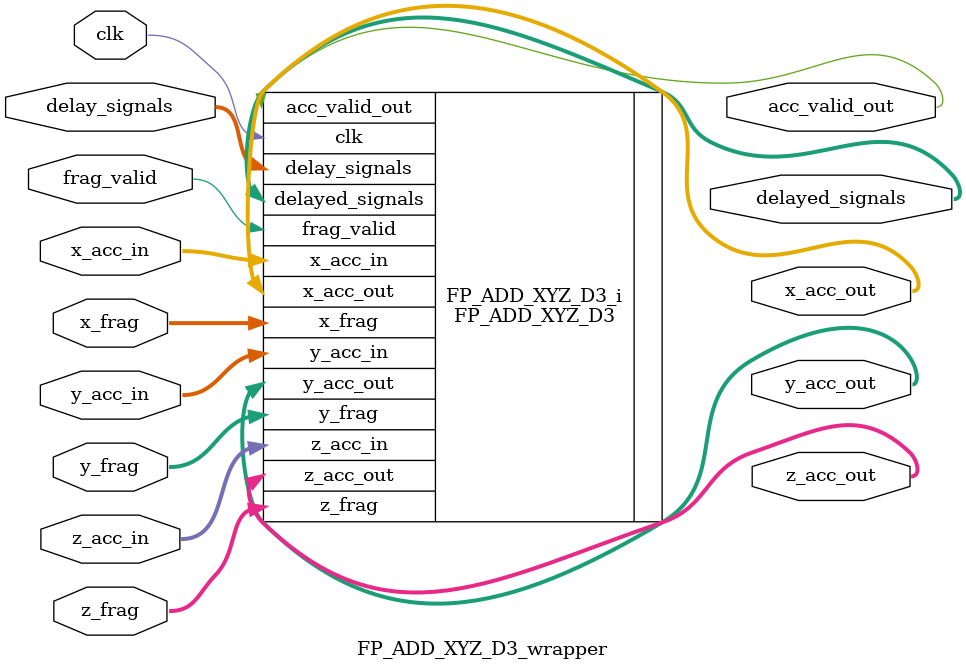
<source format=v>
`timescale 1 ps / 1 ps

module FP_ADD_XYZ_D3_wrapper
   (acc_valid_out,
    clk,
    delay_signals,
    delayed_signals,
    frag_valid,
    x_acc_in,
    x_acc_out,
    x_frag,
    y_acc_in,
    y_acc_out,
    y_frag,
    z_acc_in,
    z_acc_out,
    z_frag);
  output acc_valid_out;
  input clk;
  input [21:0]delay_signals;
  output [21:0]delayed_signals;
  input frag_valid;
  input [31:0]x_acc_in;
  output [31:0]x_acc_out;
  input [31:0]x_frag;
  input [31:0]y_acc_in;
  output [31:0]y_acc_out;
  input [31:0]y_frag;
  input [31:0]z_acc_in;
  output [31:0]z_acc_out;
  input [31:0]z_frag;

  wire acc_valid_out;
  wire clk;
  wire [21:0]delay_signals;
  wire [21:0]delayed_signals;
  wire frag_valid;
  wire [31:0]x_acc_in;
  wire [31:0]x_acc_out;
  wire [31:0]x_frag;
  wire [31:0]y_acc_in;
  wire [31:0]y_acc_out;
  wire [31:0]y_frag;
  wire [31:0]z_acc_in;
  wire [31:0]z_acc_out;
  wire [31:0]z_frag;

  FP_ADD_XYZ_D3 FP_ADD_XYZ_D3_i
       (.acc_valid_out(acc_valid_out),
        .clk(clk),
        .delay_signals(delay_signals),
        .delayed_signals(delayed_signals),
        .frag_valid(frag_valid),
        .x_acc_in(x_acc_in),
        .x_acc_out(x_acc_out),
        .x_frag(x_frag),
        .y_acc_in(y_acc_in),
        .y_acc_out(y_acc_out),
        .y_frag(y_frag),
        .z_acc_in(z_acc_in),
        .z_acc_out(z_acc_out),
        .z_frag(z_frag));
endmodule

</source>
